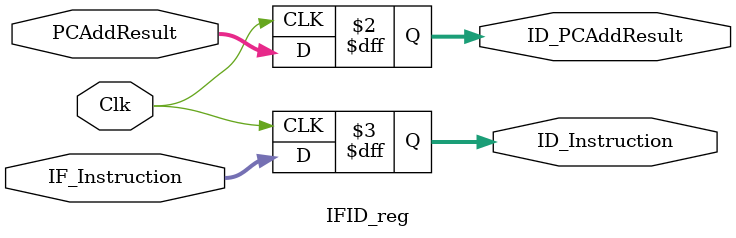
<source format=v>
`timescale 1ns / 1ps

module IFID_reg(
//		inputs
//			For internal use:
				Clk,

//			To Pass through:
//				Data lines;
					PCAddResult,
					IF_Instruction,


//		outputs
//			To Pass through:
//				Data lines;
					ID_PCAddResult,
					ID_Instruction );
					

input Clk;  
input wire [31:0] PCAddResult;
input wire [31:0] IF_Instruction;

output reg [31:0] ID_PCAddResult;
output reg [31:0] ID_Instruction;

always @(posedge Clk) begin
	
	// Data
	ID_PCAddResult <= PCAddResult;
	ID_Instruction <= IF_Instruction;
	
end
endmodule

</source>
